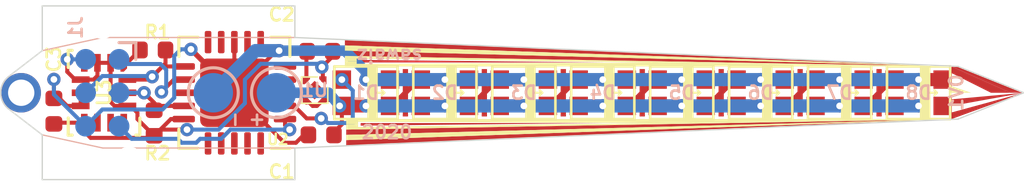
<source format=kicad_pcb>
(kicad_pcb (version 20171130) (host pcbnew "(5.1.2)-2")

  (general
    (thickness 0.1016)
    (drawings 61)
    (tracks 205)
    (zones 0)
    (modules 20)
    (nets 35)
  )

  (page A4)
  (layers
    (0 F.Cu signal)
    (31 B.Cu signal)
    (32 B.Adhes user)
    (33 F.Adhes user)
    (34 B.Paste user)
    (35 F.Paste user)
    (36 B.SilkS user)
    (37 F.SilkS user)
    (38 B.Mask user)
    (39 F.Mask user)
    (40 Dwgs.User user)
    (41 Cmts.User user)
    (42 Eco1.User user)
    (43 Eco2.User user)
    (44 Edge.Cuts user)
    (45 Margin user)
    (46 B.CrtYd user hide)
    (47 F.CrtYd user hide)
    (48 B.Fab user hide)
    (49 F.Fab user hide)
  )

  (setup
    (last_trace_width 0.4)
    (user_trace_width 0.2)
    (user_trace_width 0.25)
    (user_trace_width 0.3)
    (user_trace_width 0.4)
    (user_trace_width 0.5)
    (trace_clearance 0.1524)
    (zone_clearance 0.508)
    (zone_45_only no)
    (trace_min 0.1524)
    (via_size 0.508)
    (via_drill 0.254)
    (via_min_size 0.508)
    (via_min_drill 0.254)
    (uvia_size 0.508)
    (uvia_drill 0.254)
    (uvias_allowed no)
    (uvia_min_size 0)
    (uvia_min_drill 0)
    (edge_width 0.05)
    (segment_width 0.2)
    (pcb_text_width 0.3)
    (pcb_text_size 1.5 1.5)
    (mod_edge_width 0.12)
    (mod_text_size 1 1)
    (mod_text_width 0.15)
    (pad_size 1.524 1.524)
    (pad_drill 0.762)
    (pad_to_mask_clearance 0.051)
    (solder_mask_min_width 0.25)
    (aux_axis_origin 0 0)
    (visible_elements 7EFFFFFF)
    (pcbplotparams
      (layerselection 0x010fc_ffffffff)
      (usegerberextensions false)
      (usegerberattributes false)
      (usegerberadvancedattributes false)
      (creategerberjobfile false)
      (excludeedgelayer true)
      (linewidth 0.100000)
      (plotframeref false)
      (viasonmask false)
      (mode 1)
      (useauxorigin false)
      (hpglpennumber 1)
      (hpglpenspeed 20)
      (hpglpendiameter 15.000000)
      (psnegative false)
      (psa4output false)
      (plotreference true)
      (plotvalue true)
      (plotinvisibletext false)
      (padsonsilk false)
      (subtractmaskfromsilk false)
      (outputformat 1)
      (mirror false)
      (drillshape 1)
      (scaleselection 1)
      (outputdirectory ""))
  )

  (net 0 "")
  (net 1 +BATT)
  (net 2 GND)
  (net 3 VCC)
  (net 4 MISO)
  (net 5 SCK)
  (net 6 MOSI)
  (net 7 ~RST)
  (net 8 LED_OUT)
  (net 9 "Net-(U2-Pad3)")
  (net 10 "Net-(U2-Pad4)")
  (net 11 "Net-(U2-Pad6)")
  (net 12 "Net-(U2-Pad7)")
  (net 13 "Net-(U2-Pad9)")
  (net 14 "Net-(U2-Pad10)")
  (net 15 "Net-(U2-Pad13)")
  (net 16 "Net-(U2-Pad16)")
  (net 17 "Net-(U2-Pad17)")
  (net 18 "Net-(U2-Pad18)")
  (net 19 "Net-(U2-Pad19)")
  (net 20 "Net-(U2-Pad20)")
  (net 21 "Net-(U3-Pad4)")
  (net 22 "Net-(U3-Pad9)")
  (net 23 "Net-(U3-Pad10)")
  (net 24 "Net-(U3-Pad11)")
  (net 25 "Net-(U1-Pad5)")
  (net 26 "Net-(D1-Pad1)")
  (net 27 "Net-(D2-Pad1)")
  (net 28 "Net-(D3-Pad1)")
  (net 29 "Net-(D4-Pad1)")
  (net 30 "Net-(D5-Pad1)")
  (net 31 "Net-(D6-Pad1)")
  (net 32 "Net-(D7-Pad1)")
  (net 33 "Net-(D8-Pad1)")
  (net 34 "Net-(U2-Pad5)")

  (net_class Default "This is the default net class."
    (clearance 0.1524)
    (trace_width 0.1524)
    (via_dia 0.508)
    (via_drill 0.254)
    (uvia_dia 0.508)
    (uvia_drill 0.254)
    (diff_pair_width 0.1524)
    (diff_pair_gap 0.1524)
    (add_net +BATT)
    (add_net GND)
    (add_net LED_OUT)
    (add_net MISO)
    (add_net MOSI)
    (add_net "Net-(D1-Pad1)")
    (add_net "Net-(D2-Pad1)")
    (add_net "Net-(D3-Pad1)")
    (add_net "Net-(D4-Pad1)")
    (add_net "Net-(D5-Pad1)")
    (add_net "Net-(D6-Pad1)")
    (add_net "Net-(D7-Pad1)")
    (add_net "Net-(D8-Pad1)")
    (add_net "Net-(U1-Pad5)")
    (add_net "Net-(U2-Pad10)")
    (add_net "Net-(U2-Pad13)")
    (add_net "Net-(U2-Pad16)")
    (add_net "Net-(U2-Pad17)")
    (add_net "Net-(U2-Pad18)")
    (add_net "Net-(U2-Pad19)")
    (add_net "Net-(U2-Pad20)")
    (add_net "Net-(U2-Pad3)")
    (add_net "Net-(U2-Pad4)")
    (add_net "Net-(U2-Pad5)")
    (add_net "Net-(U2-Pad6)")
    (add_net "Net-(U2-Pad7)")
    (add_net "Net-(U2-Pad9)")
    (add_net "Net-(U3-Pad10)")
    (add_net "Net-(U3-Pad11)")
    (add_net "Net-(U3-Pad4)")
    (add_net "Net-(U3-Pad9)")
    (add_net SCK)
    (add_net VCC)
    (add_net ~RST)
  )

  (module TestPoint:TestPoint_Pad_D1.5mm (layer B.Cu) (tedit 5A0F774F) (tstamp 5E740300)
    (at -0.8 0)
    (descr "SMD pad as test Point, diameter 1.5mm")
    (tags "test point SMD pad")
    (path /5E772147)
    (attr virtual)
    (fp_text reference - (at 0.8 1.025 90) (layer B.SilkS)
      (effects (font (size 0.5 0.5) (thickness 0.1)) (justify mirror))
    )
    (fp_text value TestPoint (at 0 -1.75) (layer B.Fab)
      (effects (font (size 1 1) (thickness 0.15)) (justify mirror))
    )
    (fp_circle (center 0 0) (end 0 -0.95) (layer B.SilkS) (width 0.12))
    (fp_circle (center 0 0) (end 1.25 0) (layer B.CrtYd) (width 0.05))
    (fp_text user %R (at 0 1.65) (layer B.Fab)
      (effects (font (size 1 1) (thickness 0.15)) (justify mirror))
    )
    (pad 1 smd circle (at 0 0) (size 1.5 1.5) (layers B.Cu B.Mask)
      (net 2 GND))
  )

  (module TestPoint:TestPoint_Pad_D1.5mm (layer B.Cu) (tedit 5A0F774F) (tstamp 5E7402EE)
    (at 1.6 0)
    (descr "SMD pad as test Point, diameter 1.5mm")
    (tags "test point SMD pad")
    (path /5E771203)
    (attr virtual)
    (fp_text reference + (at -0.775 1.025 90) (layer B.SilkS)
      (effects (font (size 0.5 0.5) (thickness 0.1)) (justify mirror))
    )
    (fp_text value TestPoint (at 0 -1.75) (layer B.Fab)
      (effects (font (size 1 1) (thickness 0.15)) (justify mirror))
    )
    (fp_circle (center 0 0) (end 0 -0.95) (layer B.SilkS) (width 0.12))
    (fp_circle (center 0 0) (end 1.25 0) (layer B.CrtYd) (width 0.05))
    (fp_text user %R (at 0 1.65) (layer B.Fab)
      (effects (font (size 1 1) (thickness 0.15)) (justify mirror))
    )
    (pad 1 smd circle (at 0 0) (size 1.5 1.5) (layers B.Cu B.Mask)
      (net 1 +BATT))
  )

  (module earringHookWire:earringHookWire (layer F.Cu) (tedit 5E73830F) (tstamp 5E73D58C)
    (at -8.1 0 90)
    (path /5E740CBB)
    (fp_text reference H1 (at 0 1.6 90) (layer F.SilkS) hide
      (effects (font (size 1 1) (thickness 0.15)))
    )
    (fp_text value earringHookWire (at 0 -1.6 90) (layer F.Fab)
      (effects (font (size 1 1) (thickness 0.15)))
    )
    (pad 1 thru_hole circle (at 0 0 90) (size 1.5 1.5) (drill 1) (layers *.Cu *.Mask))
    (model ${KIPRJMOD}/components/earringHookWire/earringHookWire.stp
      (offset (xyz 0 1.3 -0.2))
      (scale (xyz 1 1 1))
      (rotate (xyz 0 -90 0))
    )
  )

  (module WS2812B-2020:WS2812B-2020 (layer F.Cu) (tedit 5E7233D6) (tstamp 5E7378A1)
    (at 26 0)
    (descr "Addressable 24b color LED")
    (tags "WS2812 Ws2812B 2020 Led NeoPixel Addressable")
    (path /5E75514E)
    (fp_text reference D8 (at 0 0) (layer B.SilkS)
      (effects (font (size 0.5 0.5) (thickness 0.1)) (justify mirror))
    )
    (fp_text value WS2812B-2020 (at 0 -1.8) (layer F.Fab)
      (effects (font (size 0.5 0.5) (thickness 0.1)))
    )
    (fp_line (start 0.7 0) (end 0.6 0.1) (layer F.SilkS) (width 0.08))
    (fp_line (start 0.7 0) (end 0.6 -0.1) (layer F.SilkS) (width 0.08))
    (fp_line (start 0.3 0) (end 0.7 0) (layer F.SilkS) (width 0.08))
    (fp_poly (pts (xy 0.1 -1) (xy 0.1 1) (xy 0.4 1) (xy 0.4 -1)) (layer F.SilkS) (width 0.1))
    (fp_line (start 1.2 1) (end -1.2 1) (layer F.SilkS) (width 0.1))
    (fp_line (start 1.2 -1) (end 1.2 1) (layer F.SilkS) (width 0.1))
    (fp_line (start -1.2 -1) (end 1.2 -1) (layer F.SilkS) (width 0.1))
    (fp_line (start -1.2 1) (end -1.2 -1) (layer F.SilkS) (width 0.1))
    (pad 4 smd rect (at -0.915 0.5) (size 0.7 0.7) (layers F.Cu F.Paste F.Mask)
      (net 1 +BATT))
    (pad 3 smd rect (at -0.915 -0.5) (size 0.7 0.7) (layers F.Cu F.Paste F.Mask)
      (net 32 "Net-(D7-Pad1)"))
    (pad 2 smd rect (at 0.915 -0.5) (size 0.7 0.7) (layers F.Cu F.Paste F.Mask)
      (net 2 GND))
    (pad 1 smd rect (at 0.915 0.5) (size 0.7 0.7) (layers F.Cu F.Paste F.Mask)
      (net 33 "Net-(D8-Pad1)"))
    (model ${KIPRJMOD}/components/WS2812B-2020/WS2812B-2020.stp
      (offset (xyz 0 0 0.1))
      (scale (xyz 1 1 1))
      (rotate (xyz -90 0 0))
    )
  )

  (module WS2812B-2020:WS2812B-2020 (layer F.Cu) (tedit 5E7233D6) (tstamp 5E737891)
    (at 23 0)
    (descr "Addressable 24b color LED")
    (tags "WS2812 Ws2812B 2020 Led NeoPixel Addressable")
    (path /5E751C54)
    (fp_text reference D7 (at 0 0) (layer B.SilkS)
      (effects (font (size 0.5 0.5) (thickness 0.1)) (justify mirror))
    )
    (fp_text value WS2812B-2020 (at 0 -1.8) (layer F.Fab)
      (effects (font (size 0.5 0.5) (thickness 0.1)))
    )
    (fp_line (start 0.7 0) (end 0.6 0.1) (layer F.SilkS) (width 0.08))
    (fp_line (start 0.7 0) (end 0.6 -0.1) (layer F.SilkS) (width 0.08))
    (fp_line (start 0.3 0) (end 0.7 0) (layer F.SilkS) (width 0.08))
    (fp_poly (pts (xy 0.1 -1) (xy 0.1 1) (xy 0.4 1) (xy 0.4 -1)) (layer F.SilkS) (width 0.1))
    (fp_line (start 1.2 1) (end -1.2 1) (layer F.SilkS) (width 0.1))
    (fp_line (start 1.2 -1) (end 1.2 1) (layer F.SilkS) (width 0.1))
    (fp_line (start -1.2 -1) (end 1.2 -1) (layer F.SilkS) (width 0.1))
    (fp_line (start -1.2 1) (end -1.2 -1) (layer F.SilkS) (width 0.1))
    (pad 4 smd rect (at -0.915 0.5) (size 0.7 0.7) (layers F.Cu F.Paste F.Mask)
      (net 1 +BATT))
    (pad 3 smd rect (at -0.915 -0.5) (size 0.7 0.7) (layers F.Cu F.Paste F.Mask)
      (net 31 "Net-(D6-Pad1)"))
    (pad 2 smd rect (at 0.915 -0.5) (size 0.7 0.7) (layers F.Cu F.Paste F.Mask)
      (net 2 GND))
    (pad 1 smd rect (at 0.915 0.5) (size 0.7 0.7) (layers F.Cu F.Paste F.Mask)
      (net 32 "Net-(D7-Pad1)"))
    (model ${KIPRJMOD}/components/WS2812B-2020/WS2812B-2020.stp
      (offset (xyz 0 0 0.1))
      (scale (xyz 1 1 1))
      (rotate (xyz -90 0 0))
    )
  )

  (module WS2812B-2020:WS2812B-2020 (layer F.Cu) (tedit 5E7233D6) (tstamp 5E737881)
    (at 20 0)
    (descr "Addressable 24b color LED")
    (tags "WS2812 Ws2812B 2020 Led NeoPixel Addressable")
    (path /5E74F071)
    (fp_text reference D6 (at 0 0) (layer B.SilkS)
      (effects (font (size 0.5 0.5) (thickness 0.1)) (justify mirror))
    )
    (fp_text value WS2812B-2020 (at 0 -1.8) (layer F.Fab)
      (effects (font (size 0.5 0.5) (thickness 0.1)))
    )
    (fp_line (start 0.7 0) (end 0.6 0.1) (layer F.SilkS) (width 0.08))
    (fp_line (start 0.7 0) (end 0.6 -0.1) (layer F.SilkS) (width 0.08))
    (fp_line (start 0.3 0) (end 0.7 0) (layer F.SilkS) (width 0.08))
    (fp_poly (pts (xy 0.1 -1) (xy 0.1 1) (xy 0.4 1) (xy 0.4 -1)) (layer F.SilkS) (width 0.1))
    (fp_line (start 1.2 1) (end -1.2 1) (layer F.SilkS) (width 0.1))
    (fp_line (start 1.2 -1) (end 1.2 1) (layer F.SilkS) (width 0.1))
    (fp_line (start -1.2 -1) (end 1.2 -1) (layer F.SilkS) (width 0.1))
    (fp_line (start -1.2 1) (end -1.2 -1) (layer F.SilkS) (width 0.1))
    (pad 4 smd rect (at -0.915 0.5) (size 0.7 0.7) (layers F.Cu F.Paste F.Mask)
      (net 1 +BATT))
    (pad 3 smd rect (at -0.915 -0.5) (size 0.7 0.7) (layers F.Cu F.Paste F.Mask)
      (net 30 "Net-(D5-Pad1)"))
    (pad 2 smd rect (at 0.915 -0.5) (size 0.7 0.7) (layers F.Cu F.Paste F.Mask)
      (net 2 GND))
    (pad 1 smd rect (at 0.915 0.5) (size 0.7 0.7) (layers F.Cu F.Paste F.Mask)
      (net 31 "Net-(D6-Pad1)"))
    (model ${KIPRJMOD}/components/WS2812B-2020/WS2812B-2020.stp
      (offset (xyz 0 0 0.1))
      (scale (xyz 1 1 1))
      (rotate (xyz -90 0 0))
    )
  )

  (module WS2812B-2020:WS2812B-2020 (layer F.Cu) (tedit 5E7233D6) (tstamp 5E737871)
    (at 17 0)
    (descr "Addressable 24b color LED")
    (tags "WS2812 Ws2812B 2020 Led NeoPixel Addressable")
    (path /5E74C7C8)
    (fp_text reference D5 (at 0 0) (layer B.SilkS)
      (effects (font (size 0.5 0.5) (thickness 0.1)) (justify mirror))
    )
    (fp_text value WS2812B-2020 (at 0 -1.8) (layer F.Fab)
      (effects (font (size 0.5 0.5) (thickness 0.1)))
    )
    (fp_line (start 0.7 0) (end 0.6 0.1) (layer F.SilkS) (width 0.08))
    (fp_line (start 0.7 0) (end 0.6 -0.1) (layer F.SilkS) (width 0.08))
    (fp_line (start 0.3 0) (end 0.7 0) (layer F.SilkS) (width 0.08))
    (fp_poly (pts (xy 0.1 -1) (xy 0.1 1) (xy 0.4 1) (xy 0.4 -1)) (layer F.SilkS) (width 0.1))
    (fp_line (start 1.2 1) (end -1.2 1) (layer F.SilkS) (width 0.1))
    (fp_line (start 1.2 -1) (end 1.2 1) (layer F.SilkS) (width 0.1))
    (fp_line (start -1.2 -1) (end 1.2 -1) (layer F.SilkS) (width 0.1))
    (fp_line (start -1.2 1) (end -1.2 -1) (layer F.SilkS) (width 0.1))
    (pad 4 smd rect (at -0.915 0.5) (size 0.7 0.7) (layers F.Cu F.Paste F.Mask)
      (net 1 +BATT))
    (pad 3 smd rect (at -0.915 -0.5) (size 0.7 0.7) (layers F.Cu F.Paste F.Mask)
      (net 29 "Net-(D4-Pad1)"))
    (pad 2 smd rect (at 0.915 -0.5) (size 0.7 0.7) (layers F.Cu F.Paste F.Mask)
      (net 2 GND))
    (pad 1 smd rect (at 0.915 0.5) (size 0.7 0.7) (layers F.Cu F.Paste F.Mask)
      (net 30 "Net-(D5-Pad1)"))
    (model ${KIPRJMOD}/components/WS2812B-2020/WS2812B-2020.stp
      (offset (xyz 0 0 0.1))
      (scale (xyz 1 1 1))
      (rotate (xyz -90 0 0))
    )
  )

  (module WS2812B-2020:WS2812B-2020 (layer F.Cu) (tedit 5E7233D6) (tstamp 5E737861)
    (at 14 0)
    (descr "Addressable 24b color LED")
    (tags "WS2812 Ws2812B 2020 Led NeoPixel Addressable")
    (path /5E74A538)
    (fp_text reference D4 (at 0 0) (layer B.SilkS)
      (effects (font (size 0.5 0.5) (thickness 0.1)) (justify mirror))
    )
    (fp_text value WS2812B-2020 (at 0 -1.8) (layer F.Fab)
      (effects (font (size 0.5 0.5) (thickness 0.1)))
    )
    (fp_line (start 0.7 0) (end 0.6 0.1) (layer F.SilkS) (width 0.08))
    (fp_line (start 0.7 0) (end 0.6 -0.1) (layer F.SilkS) (width 0.08))
    (fp_line (start 0.3 0) (end 0.7 0) (layer F.SilkS) (width 0.08))
    (fp_poly (pts (xy 0.1 -1) (xy 0.1 1) (xy 0.4 1) (xy 0.4 -1)) (layer F.SilkS) (width 0.1))
    (fp_line (start 1.2 1) (end -1.2 1) (layer F.SilkS) (width 0.1))
    (fp_line (start 1.2 -1) (end 1.2 1) (layer F.SilkS) (width 0.1))
    (fp_line (start -1.2 -1) (end 1.2 -1) (layer F.SilkS) (width 0.1))
    (fp_line (start -1.2 1) (end -1.2 -1) (layer F.SilkS) (width 0.1))
    (pad 4 smd rect (at -0.915 0.5) (size 0.7 0.7) (layers F.Cu F.Paste F.Mask)
      (net 1 +BATT))
    (pad 3 smd rect (at -0.915 -0.5) (size 0.7 0.7) (layers F.Cu F.Paste F.Mask)
      (net 28 "Net-(D3-Pad1)"))
    (pad 2 smd rect (at 0.915 -0.5) (size 0.7 0.7) (layers F.Cu F.Paste F.Mask)
      (net 2 GND))
    (pad 1 smd rect (at 0.915 0.5) (size 0.7 0.7) (layers F.Cu F.Paste F.Mask)
      (net 29 "Net-(D4-Pad1)"))
    (model ${KIPRJMOD}/components/WS2812B-2020/WS2812B-2020.stp
      (offset (xyz 0 0 0.1))
      (scale (xyz 1 1 1))
      (rotate (xyz -90 0 0))
    )
  )

  (module WS2812B-2020:WS2812B-2020 (layer F.Cu) (tedit 5E7233D6) (tstamp 5E737851)
    (at 11 0)
    (descr "Addressable 24b color LED")
    (tags "WS2812 Ws2812B 2020 Led NeoPixel Addressable")
    (path /5E747BF6)
    (fp_text reference D3 (at 0 0) (layer B.SilkS)
      (effects (font (size 0.5 0.5) (thickness 0.1)) (justify mirror))
    )
    (fp_text value WS2812B-2020 (at 0 -1.8) (layer F.Fab)
      (effects (font (size 0.5 0.5) (thickness 0.1)))
    )
    (fp_line (start 0.7 0) (end 0.6 0.1) (layer F.SilkS) (width 0.08))
    (fp_line (start 0.7 0) (end 0.6 -0.1) (layer F.SilkS) (width 0.08))
    (fp_line (start 0.3 0) (end 0.7 0) (layer F.SilkS) (width 0.08))
    (fp_poly (pts (xy 0.1 -1) (xy 0.1 1) (xy 0.4 1) (xy 0.4 -1)) (layer F.SilkS) (width 0.1))
    (fp_line (start 1.2 1) (end -1.2 1) (layer F.SilkS) (width 0.1))
    (fp_line (start 1.2 -1) (end 1.2 1) (layer F.SilkS) (width 0.1))
    (fp_line (start -1.2 -1) (end 1.2 -1) (layer F.SilkS) (width 0.1))
    (fp_line (start -1.2 1) (end -1.2 -1) (layer F.SilkS) (width 0.1))
    (pad 4 smd rect (at -0.915 0.5) (size 0.7 0.7) (layers F.Cu F.Paste F.Mask)
      (net 1 +BATT))
    (pad 3 smd rect (at -0.915 -0.5) (size 0.7 0.7) (layers F.Cu F.Paste F.Mask)
      (net 27 "Net-(D2-Pad1)"))
    (pad 2 smd rect (at 0.915 -0.5) (size 0.7 0.7) (layers F.Cu F.Paste F.Mask)
      (net 2 GND))
    (pad 1 smd rect (at 0.915 0.5) (size 0.7 0.7) (layers F.Cu F.Paste F.Mask)
      (net 28 "Net-(D3-Pad1)"))
    (model ${KIPRJMOD}/components/WS2812B-2020/WS2812B-2020.stp
      (offset (xyz 0 0 0.1))
      (scale (xyz 1 1 1))
      (rotate (xyz -90 0 0))
    )
  )

  (module WS2812B-2020:WS2812B-2020 (layer F.Cu) (tedit 5E7233D6) (tstamp 5E737841)
    (at 8 0)
    (descr "Addressable 24b color LED")
    (tags "WS2812 Ws2812B 2020 Led NeoPixel Addressable")
    (path /5E73D595)
    (fp_text reference D2 (at 0 0) (layer B.SilkS)
      (effects (font (size 0.5 0.5) (thickness 0.1)) (justify mirror))
    )
    (fp_text value WS2812B-2020 (at 0 -1.8) (layer F.Fab)
      (effects (font (size 0.5 0.5) (thickness 0.1)))
    )
    (fp_line (start 0.7 0) (end 0.6 0.1) (layer F.SilkS) (width 0.08))
    (fp_line (start 0.7 0) (end 0.6 -0.1) (layer F.SilkS) (width 0.08))
    (fp_line (start 0.3 0) (end 0.7 0) (layer F.SilkS) (width 0.08))
    (fp_poly (pts (xy 0.1 -1) (xy 0.1 1) (xy 0.4 1) (xy 0.4 -1)) (layer F.SilkS) (width 0.1))
    (fp_line (start 1.2 1) (end -1.2 1) (layer F.SilkS) (width 0.1))
    (fp_line (start 1.2 -1) (end 1.2 1) (layer F.SilkS) (width 0.1))
    (fp_line (start -1.2 -1) (end 1.2 -1) (layer F.SilkS) (width 0.1))
    (fp_line (start -1.2 1) (end -1.2 -1) (layer F.SilkS) (width 0.1))
    (pad 4 smd rect (at -0.915 0.5) (size 0.7 0.7) (layers F.Cu F.Paste F.Mask)
      (net 1 +BATT))
    (pad 3 smd rect (at -0.915 -0.5) (size 0.7 0.7) (layers F.Cu F.Paste F.Mask)
      (net 26 "Net-(D1-Pad1)"))
    (pad 2 smd rect (at 0.915 -0.5) (size 0.7 0.7) (layers F.Cu F.Paste F.Mask)
      (net 2 GND))
    (pad 1 smd rect (at 0.915 0.5) (size 0.7 0.7) (layers F.Cu F.Paste F.Mask)
      (net 27 "Net-(D2-Pad1)"))
    (model ${KIPRJMOD}/components/WS2812B-2020/WS2812B-2020.stp
      (offset (xyz 0 0 0.1))
      (scale (xyz 1 1 1))
      (rotate (xyz -90 0 0))
    )
  )

  (module WS2812B-2020:WS2812B-2020 (layer F.Cu) (tedit 5E7233D6) (tstamp 5E737831)
    (at 5 0)
    (descr "Addressable 24b color LED")
    (tags "WS2812 Ws2812B 2020 Led NeoPixel Addressable")
    (path /5E7339AF)
    (fp_text reference D1 (at 0 0) (layer B.SilkS)
      (effects (font (size 0.5 0.5) (thickness 0.1)) (justify mirror))
    )
    (fp_text value WS2812B-2020 (at 0 -1.8) (layer F.Fab)
      (effects (font (size 0.5 0.5) (thickness 0.1)))
    )
    (fp_line (start 0.7 0) (end 0.6 0.1) (layer F.SilkS) (width 0.08))
    (fp_line (start 0.7 0) (end 0.6 -0.1) (layer F.SilkS) (width 0.08))
    (fp_line (start 0.3 0) (end 0.7 0) (layer F.SilkS) (width 0.08))
    (fp_poly (pts (xy 0.1 -1) (xy 0.1 1) (xy 0.4 1) (xy 0.4 -1)) (layer F.SilkS) (width 0.1))
    (fp_line (start 1.2 1) (end -1.2 1) (layer F.SilkS) (width 0.1))
    (fp_line (start 1.2 -1) (end 1.2 1) (layer F.SilkS) (width 0.1))
    (fp_line (start -1.2 -1) (end 1.2 -1) (layer F.SilkS) (width 0.1))
    (fp_line (start -1.2 1) (end -1.2 -1) (layer F.SilkS) (width 0.1))
    (pad 4 smd rect (at -0.915 0.5) (size 0.7 0.7) (layers F.Cu F.Paste F.Mask)
      (net 1 +BATT))
    (pad 3 smd rect (at -0.915 -0.5) (size 0.7 0.7) (layers F.Cu F.Paste F.Mask)
      (net 8 LED_OUT))
    (pad 2 smd rect (at 0.915 -0.5) (size 0.7 0.7) (layers F.Cu F.Paste F.Mask)
      (net 2 GND))
    (pad 1 smd rect (at 0.915 0.5) (size 0.7 0.7) (layers F.Cu F.Paste F.Mask)
      (net 26 "Net-(D1-Pad1)"))
    (model ${KIPRJMOD}/components/WS2812B-2020/WS2812B-2020.stp
      (offset (xyz 0 0 0.1))
      (scale (xyz 1 1 1))
      (rotate (xyz -90 0 0))
    )
  )

  (module MIC5365:MIC5365 (layer F.Cu) (tedit 5E7275CB) (tstamp 5E73EBAF)
    (at 3.05 -0.1 180)
    (path /5E79C733)
    (fp_text reference U1 (at 0 0 180) (layer B.SilkS)
      (effects (font (size 0.5 0.5) (thickness 0.1)) (justify mirror))
    )
    (fp_text value MIC5365-3.3YD5 (at 0 -1.2 180) (layer F.Fab)
      (effects (font (size 0.5 0.5) (thickness 0.1)))
    )
    (fp_line (start -0.5 0.1) (end -0.5 -0.5) (layer F.SilkS) (width 0.06))
    (fp_line (start -0.5 -0.5) (end 0.5 -0.5) (layer F.SilkS) (width 0.06))
    (fp_line (start 0.5 -0.5) (end 0.5 0.5) (layer F.SilkS) (width 0.06))
    (fp_line (start 0.5 0.5) (end -0.1 0.5) (layer F.SilkS) (width 0.06))
    (pad 1 smd custom (at -0.3125 0.375 180) (size 0.08 0.08) (layers F.Cu F.Paste F.Mask)
      (net 3 VCC) (zone_connect 0)
      (options (clearance outline) (anchor rect))
      (primitives
        (gr_poly (pts
           (xy -0.138 0.15) (xy 0.138 0.15) (xy 0.138 0.045) (xy -0.057 -0.15) (xy -0.138 -0.15)
) (width 0))
      ))
    (pad 2 smd custom (at 0.3125 0.375 180) (size 0.08 0.08) (layers F.Cu F.Paste F.Mask)
      (net 2 GND) (zone_connect 0)
      (options (clearance outline) (anchor rect))
      (primitives
        (gr_poly (pts
           (xy 0.138 0.15) (xy -0.138 0.15) (xy -0.138 0.045) (xy 0.057 -0.15) (xy 0.138 -0.15)
) (width 0))
      ))
    (pad 3 smd custom (at 0.3125 -0.375) (size 0.08 0.08) (layers F.Cu F.Paste F.Mask)
      (net 1 +BATT) (zone_connect 0)
      (options (clearance outline) (anchor rect))
      (primitives
        (gr_poly (pts
           (xy -0.138 0.15) (xy 0.138 0.15) (xy 0.138 0.045) (xy -0.057 -0.15) (xy -0.138 -0.15)
) (width 0))
      ))
    (pad 4 smd custom (at -0.3125 -0.375) (size 0.08 0.08) (layers F.Cu F.Paste F.Mask)
      (net 1 +BATT) (zone_connect 0)
      (options (clearance outline) (anchor rect))
      (primitives
        (gr_poly (pts
           (xy 0.138 0.15) (xy -0.138 0.15) (xy -0.138 0.045) (xy 0.057 -0.15) (xy 0.138 -0.15)
) (width 0))
      ))
    (pad 5 smd rect (at 0 0 225) (size 0.5 0.5) (layers F.Cu F.Paste F.Mask)
      (net 25 "Net-(U1-Pad5)") (zone_connect 0))
    (model ${KIPRJMOD}/components/MIC5365/MLF-4.stp
      (at (xyz 0 0 0))
      (scale (xyz 1 1 1))
      (rotate (xyz -90 0 180))
    )
  )

  (module Capacitor_SMD:C_0402_1005Metric (layer F.Cu) (tedit 5B301BBE) (tstamp 5E7274BC)
    (at 3.25 -1.575 180)
    (descr "Capacitor SMD 0402 (1005 Metric), square (rectangular) end terminal, IPC_7351 nominal, (Body size source: http://www.tortai-tech.com/upload/download/2011102023233369053.pdf), generated with kicad-footprint-generator")
    (tags capacitor)
    (path /5E735697)
    (attr smd)
    (fp_text reference C2 (at 1.45 1.4 180) (layer F.SilkS)
      (effects (font (size 0.5 0.5) (thickness 0.1)))
    )
    (fp_text value 2u2 (at 0 1.17 180) (layer F.Fab)
      (effects (font (size 0.5 0.5) (thickness 0.1)))
    )
    (fp_line (start -0.5 0.25) (end -0.5 -0.25) (layer F.Fab) (width 0.1))
    (fp_line (start -0.5 -0.25) (end 0.5 -0.25) (layer F.Fab) (width 0.1))
    (fp_line (start 0.5 -0.25) (end 0.5 0.25) (layer F.Fab) (width 0.1))
    (fp_line (start 0.5 0.25) (end -0.5 0.25) (layer F.Fab) (width 0.1))
    (fp_line (start -0.93 0.47) (end -0.93 -0.47) (layer F.CrtYd) (width 0.05))
    (fp_line (start -0.93 -0.47) (end 0.93 -0.47) (layer F.CrtYd) (width 0.05))
    (fp_line (start 0.93 -0.47) (end 0.93 0.47) (layer F.CrtYd) (width 0.05))
    (fp_line (start 0.93 0.47) (end -0.93 0.47) (layer F.CrtYd) (width 0.05))
    (fp_text user %R (at 0 0 180) (layer F.Fab)
      (effects (font (size 0.5 0.5) (thickness 0.1)))
    )
    (pad 1 smd roundrect (at -0.485 0 180) (size 0.59 0.64) (layers F.Cu F.Paste F.Mask) (roundrect_rratio 0.25)
      (net 3 VCC))
    (pad 2 smd roundrect (at 0.485 0 180) (size 0.59 0.64) (layers F.Cu F.Paste F.Mask) (roundrect_rratio 0.25)
      (net 2 GND))
    (model ${KISYS3DMOD}/Capacitor_SMD.3dshapes/C_0402_1005Metric.wrl
      (at (xyz 0 0 0))
      (scale (xyz 1 1 1))
      (rotate (xyz 0 0 0))
    )
  )

  (module TC2030-IDC-NL:Tag-Connect_TC2030-IDC-NL_2x03_P1.27mm_Vertical (layer B.Cu) (tedit 5E72069C) (tstamp 5E73820C)
    (at -5.0165 0 270)
    (descr "Tag-Connect programming header; http://www.tag-connect.com/Materials/TC2030-IDC-NL.pdf")
    (tags "tag connect programming header pogo pins")
    (path /5E733F23)
    (attr virtual)
    (fp_text reference J1 (at -2.4765 1.016 270) (layer B.SilkS)
      (effects (font (size 0.5 0.5) (thickness 0.1)) (justify mirror))
    )
    (fp_text value TC2030-IDC-NL (at 0 2.3 270) (layer B.Fab)
      (effects (font (size 0.5 0.5) (thickness 0.1)) (justify mirror))
    )
    (fp_text user KEEPOUT (at 0 0 270) (layer Cmts.User)
      (effects (font (size 0.5 0.5) (thickness 0.1)))
    )
    (fp_line (start 0.635 -0.635) (end 1.27 0) (layer Dwgs.User) (width 0.1))
    (fp_line (start 0 -0.635) (end 1.27 0.635) (layer Dwgs.User) (width 0.1))
    (fp_line (start -0.635 -0.635) (end 0.635 0.635) (layer Dwgs.User) (width 0.1))
    (fp_line (start -1.27 0) (end -0.635 0.635) (layer Dwgs.User) (width 0.1))
    (fp_line (start -1.27 -0.635) (end 0 0.635) (layer Dwgs.User) (width 0.1))
    (fp_line (start -1.27 0.635) (end 1.27 0.635) (layer Dwgs.User) (width 0.1))
    (fp_line (start 1.27 0.635) (end 1.27 -0.635) (layer Dwgs.User) (width 0.1))
    (fp_line (start 1.27 -0.635) (end -1.27 -0.635) (layer Dwgs.User) (width 0.1))
    (fp_line (start -1.27 -0.635) (end -1.27 0.635) (layer Dwgs.User) (width 0.1))
    (fp_text user %R (at 0 0 270) (layer B.Fab)
      (effects (font (size 0.5 0.5) (thickness 0.1)) (justify mirror))
    )
    (fp_line (start -3.5 2) (end 3.5 2) (layer B.CrtYd) (width 0.05))
    (fp_line (start 3.5 2) (end 3.5 -2) (layer B.CrtYd) (width 0.05))
    (fp_line (start 3.5 -2) (end -3.5 -2) (layer B.CrtYd) (width 0.05))
    (fp_line (start -3.5 -2) (end -3.5 2) (layer B.CrtYd) (width 0.05))
    (fp_line (start -1.27 -1.27) (end -1.905 -1.27) (layer B.SilkS) (width 0.12))
    (fp_line (start -1.905 -1.27) (end -1.905 -0.635) (layer B.SilkS) (width 0.12))
    (pad 6 connect circle (at 1.27 0.635 270) (size 0.7874 0.7874) (layers B.Cu B.Mask)
      (net 2 GND))
    (pad 5 connect circle (at 1.27 -0.635 270) (size 0.7874 0.7874) (layers B.Cu B.Mask)
      (net 7 ~RST))
    (pad 4 connect circle (at 0 0.635 270) (size 0.7874 0.7874) (layers B.Cu B.Mask)
      (net 6 MOSI))
    (pad 3 connect circle (at 0 -0.635 270) (size 0.7874 0.7874) (layers B.Cu B.Mask)
      (net 5 SCK))
    (pad 2 connect circle (at -1.27 0.635 270) (size 0.7874 0.7874) (layers B.Cu B.Mask)
      (net 3 VCC))
    (pad 1 connect circle (at -1.27 -0.635 270) (size 0.7874 0.7874) (layers B.Cu B.Mask)
      (net 4 MISO))
    (pad "" np_thru_hole circle (at -2.54 0 270) (size 0.9906 0.9906) (drill 0.9906) (layers *.Cu *.Mask))
    (pad "" np_thru_hole circle (at 2.54 -1.016 270) (size 0.9906 0.9906) (drill 0.9906) (layers *.Cu *.Mask))
    (pad "" np_thru_hole circle (at 2.54 1.016 270) (size 0.9906 0.9906) (drill 0.9906) (layers *.Cu *.Mask))
  )

  (module LSM6DSM:LGA-14_3x2.5mm_6-6 (layer F.Cu) (tedit 5E72055A) (tstamp 5E72A099)
    (at -4.953 0 270)
    (descr "LGA, 14 Pin (http://www.st.com/resource/en/datasheet/lsm6ds3.pdf), generated with kicad-footprint-generator ipc_lga_layoutBorder_generator.py")
    (tags "LGA LGA")
    (path /5E737257)
    (attr smd)
    (fp_text reference U3 (at 0 0 90) (layer F.SilkS)
      (effects (font (size 0.5 0.5) (thickness 0.1)))
    )
    (fp_text value LSM6DSM (at 0 2.2 90) (layer F.Fab)
      (effects (font (size 0.5 0.5) (thickness 0.1)))
    )
    (fp_text user %R (at 0 0 90) (layer F.Fab)
      (effects (font (size 0.5 0.5) (thickness 0.1)))
    )
    (fp_line (start 1.75 -1.5) (end -1.75 -1.5) (layer F.CrtYd) (width 0.05))
    (fp_line (start 1.75 1.5) (end 1.75 -1.5) (layer F.CrtYd) (width 0.05))
    (fp_line (start -1.75 1.5) (end 1.75 1.5) (layer F.CrtYd) (width 0.05))
    (fp_line (start -1.75 -1.5) (end -1.75 1.5) (layer F.CrtYd) (width 0.05))
    (fp_line (start -1.5 -0.5) (end -0.75 -1.25) (layer F.Fab) (width 0.1))
    (fp_line (start -1.5 1.25) (end -1.5 -0.5) (layer F.Fab) (width 0.1))
    (fp_line (start 1.5 1.25) (end -1.5 1.25) (layer F.Fab) (width 0.1))
    (fp_line (start 1.5 -1.25) (end 1.5 1.25) (layer F.Fab) (width 0.1))
    (fp_line (start -0.75 -1.25) (end 1.5 -1.25) (layer F.Fab) (width 0.1))
    (fp_line (start 1.61 1.36) (end 1.61 1.21) (layer F.SilkS) (width 0.12))
    (fp_line (start 0.96 1.36) (end 1.61 1.36) (layer F.SilkS) (width 0.12))
    (fp_line (start -1.61 1.36) (end -1.61 1.21) (layer F.SilkS) (width 0.12))
    (fp_line (start -0.96 1.36) (end -1.61 1.36) (layer F.SilkS) (width 0.12))
    (fp_line (start 1.61 -1.36) (end 1.61 -1.21) (layer F.SilkS) (width 0.12))
    (fp_line (start 0.96 -1.36) (end 1.61 -1.36) (layer F.SilkS) (width 0.12))
    (pad 14 smd rect (at -0.5 -0.8875 90) (size 0.25 0.675) (layers F.Cu F.Paste F.Mask)
      (net 6 MOSI) (zone_connect 0))
    (pad 13 smd rect (at 0 -0.8875 180) (size 0.675 0.25) (layers F.Cu F.Paste F.Mask)
      (net 5 SCK))
    (pad 12 smd rect (at 0.5 -0.8875 90) (size 0.25 0.675) (layers F.Cu F.Paste F.Mask)
      (net 3 VCC) (zone_connect 0))
    (pad 11 smd rect (at 1.1375 -0.75) (size 0.25 0.675) (layers F.Cu F.Paste F.Mask)
      (net 24 "Net-(U3-Pad11)") (zone_connect 0))
    (pad 10 smd rect (at 1.1375 -0.25 270) (size 0.675 0.25) (layers F.Cu F.Paste F.Mask)
      (net 23 "Net-(U3-Pad10)"))
    (pad 9 smd rect (at 1.1375 0.25 270) (size 0.675 0.25) (layers F.Cu F.Paste F.Mask)
      (net 22 "Net-(U3-Pad9)"))
    (pad 8 smd rect (at 1.1375 0.75) (size 0.25 0.675) (layers F.Cu F.Paste F.Mask)
      (net 3 VCC) (zone_connect 0))
    (pad 7 smd rect (at 0.5 0.8875 90) (size 0.25 0.675) (layers F.Cu F.Paste F.Mask)
      (net 2 GND) (zone_connect 0))
    (pad 6 smd rect (at 0 0.8875) (size 0.675 0.25) (layers F.Cu F.Paste F.Mask)
      (net 2 GND))
    (pad 5 smd rect (at -0.5 0.8875 90) (size 0.25 0.675) (layers F.Cu F.Paste F.Mask)
      (net 3 VCC) (zone_connect 0))
    (pad 4 smd rect (at -1.1375 0.75) (size 0.25 0.675) (layers F.Cu F.Paste F.Mask)
      (net 21 "Net-(U3-Pad4)") (zone_connect 0))
    (pad 3 smd rect (at -1.1375 0.25 270) (size 0.675 0.25) (layers F.Cu F.Paste F.Mask)
      (net 3 VCC))
    (pad 2 smd rect (at -1.1375 -0.25 270) (size 0.675 0.25) (layers F.Cu F.Paste F.Mask)
      (net 3 VCC))
    (pad 1 smd custom (at -1.1375 -0.75 270) (size 0.25 0.25) (layers F.Cu F.Paste F.Mask)
      (net 3 VCC) (zone_connect 0)
      (options (clearance outline) (anchor circle))
      (primitives
        (gr_poly (pts
           (xy -0.3375 -0.125) (xy 0.2125 -0.125) (xy 0.3375 0) (xy 0.3375 0.125) (xy -0.3375 0.125)
) (width 0))
      ))
    (model ${KIPRJMOD}/components/LSM6DSM/LGA-14_3x2.5mm_P0.5mm_LayoutBorder3x4y.wrl
      (at (xyz 0 0 0))
      (scale (xyz 1 1 1))
      (rotate (xyz 0 0 0))
    )
  )

  (module ATtiny85-20MU:QFN-20-1EP_4x4mm_P0.5mm_EP2.6x2.6mm (layer F.Cu) (tedit 5E7203F7) (tstamp 5E741241)
    (at 0 0 180)
    (descr "QFN, 20 Pin (http://ww1.microchip.com/downloads/en/DeviceDoc/doc2535.pdf#page=164), generated with kicad-footprint-generator ipc_dfn_qfn_generator.py")
    (tags "QFN DFN_QFN")
    (path /5E734E97)
    (attr smd)
    (fp_text reference U2 (at -1.65 -1.775) (layer F.SilkS)
      (effects (font (size 0.4 0.4) (thickness 0.09)))
    )
    (fp_text value ATtiny85-20MU (at 0 3.3) (layer F.Fab)
      (effects (font (size 0.5 0.5) (thickness 0.1)))
    )
    (fp_line (start 1.385 -2.11) (end 2.11 -2.11) (layer F.SilkS) (width 0.12))
    (fp_line (start 2.11 -2.11) (end 2.11 -1.385) (layer F.SilkS) (width 0.12))
    (fp_line (start -1.385 2.11) (end -2.11 2.11) (layer F.SilkS) (width 0.12))
    (fp_line (start -2.11 2.11) (end -2.11 1.385) (layer F.SilkS) (width 0.12))
    (fp_line (start 1.385 2.11) (end 2.11 2.11) (layer F.SilkS) (width 0.12))
    (fp_line (start 2.11 2.11) (end 2.11 1.385) (layer F.SilkS) (width 0.12))
    (fp_line (start -1.385 -2.11) (end -2.11 -2.11) (layer F.SilkS) (width 0.12))
    (fp_line (start -1 -2) (end 2 -2) (layer F.Fab) (width 0.1))
    (fp_line (start 2 -2) (end 2 2) (layer F.Fab) (width 0.1))
    (fp_line (start 2 2) (end -2 2) (layer F.Fab) (width 0.1))
    (fp_line (start -2 2) (end -2 -1) (layer F.Fab) (width 0.1))
    (fp_line (start -2 -1) (end -1 -2) (layer F.Fab) (width 0.1))
    (fp_line (start -2.6 -2.6) (end -2.6 2.6) (layer F.CrtYd) (width 0.05))
    (fp_line (start -2.6 2.6) (end 2.6 2.6) (layer F.CrtYd) (width 0.05))
    (fp_line (start 2.6 2.6) (end 2.6 -2.6) (layer F.CrtYd) (width 0.05))
    (fp_line (start 2.6 -2.6) (end -2.6 -2.6) (layer F.CrtYd) (width 0.05))
    (fp_text user %R (at 0 0) (layer F.Fab)
      (effects (font (size 0.5 0.5) (thickness 0.1)))
    )
    (pad 21 smd roundrect (at 0 0 180) (size 2.6 2.6) (layers F.Cu F.Mask) (roundrect_rratio 0.096154)
      (net 2 GND))
    (pad "" smd roundrect (at -0.65 -0.65 180) (size 1.05 1.05) (layers F.Paste) (roundrect_rratio 0.238095))
    (pad "" smd roundrect (at -0.65 0.65 180) (size 1.05 1.05) (layers F.Paste) (roundrect_rratio 0.238095))
    (pad "" smd roundrect (at 0.65 -0.65 180) (size 1.05 1.05) (layers F.Paste) (roundrect_rratio 0.238095))
    (pad "" smd roundrect (at 0.65 0.65 180) (size 1.05 1.05) (layers F.Paste) (roundrect_rratio 0.238095))
    (pad 1 smd roundrect (at -1.925 -1 180) (size 0.85 0.25) (layers F.Cu F.Paste F.Mask) (roundrect_rratio 0.25)
      (net 7 ~RST))
    (pad 2 smd roundrect (at -1.925 -0.5 180) (size 0.85 0.25) (layers F.Cu F.Paste F.Mask) (roundrect_rratio 0.25)
      (net 8 LED_OUT))
    (pad 3 smd roundrect (at -1.925 0 180) (size 0.85 0.25) (layers F.Cu F.Paste F.Mask) (roundrect_rratio 0.25)
      (net 9 "Net-(U2-Pad3)"))
    (pad 4 smd roundrect (at -1.925 0.5 180) (size 0.85 0.25) (layers F.Cu F.Paste F.Mask) (roundrect_rratio 0.25)
      (net 10 "Net-(U2-Pad4)"))
    (pad 5 smd roundrect (at -1.925 1 180) (size 0.85 0.25) (layers F.Cu F.Paste F.Mask) (roundrect_rratio 0.25)
      (net 34 "Net-(U2-Pad5)"))
    (pad 6 smd roundrect (at -1 1.925 180) (size 0.25 0.85) (layers F.Cu F.Paste F.Mask) (roundrect_rratio 0.25)
      (net 11 "Net-(U2-Pad6)"))
    (pad 7 smd roundrect (at -0.5 1.925 180) (size 0.25 0.85) (layers F.Cu F.Paste F.Mask) (roundrect_rratio 0.25)
      (net 12 "Net-(U2-Pad7)"))
    (pad 8 smd roundrect (at 0 1.925 180) (size 0.25 0.85) (layers F.Cu F.Paste F.Mask) (roundrect_rratio 0.25)
      (net 2 GND))
    (pad 9 smd roundrect (at 0.5 1.925 180) (size 0.25 0.85) (layers F.Cu F.Paste F.Mask) (roundrect_rratio 0.25)
      (net 13 "Net-(U2-Pad9)"))
    (pad 10 smd roundrect (at 1 1.925 180) (size 0.25 0.85) (layers F.Cu F.Paste F.Mask) (roundrect_rratio 0.25)
      (net 14 "Net-(U2-Pad10)"))
    (pad 11 smd roundrect (at 1.925 1 180) (size 0.85 0.25) (layers F.Cu F.Paste F.Mask) (roundrect_rratio 0.25)
      (net 6 MOSI))
    (pad 12 smd roundrect (at 1.925 0.5 180) (size 0.85 0.25) (layers F.Cu F.Paste F.Mask) (roundrect_rratio 0.25)
      (net 4 MISO))
    (pad 13 smd roundrect (at 1.925 0 180) (size 0.85 0.25) (layers F.Cu F.Paste F.Mask) (roundrect_rratio 0.25)
      (net 15 "Net-(U2-Pad13)"))
    (pad 14 smd roundrect (at 1.925 -0.5 180) (size 0.85 0.25) (layers F.Cu F.Paste F.Mask) (roundrect_rratio 0.25)
      (net 5 SCK))
    (pad 15 smd roundrect (at 1.925 -1 180) (size 0.85 0.25) (layers F.Cu F.Paste F.Mask) (roundrect_rratio 0.25)
      (net 3 VCC))
    (pad 16 smd roundrect (at 1 -1.925 180) (size 0.25 0.85) (layers F.Cu F.Paste F.Mask) (roundrect_rratio 0.25)
      (net 16 "Net-(U2-Pad16)"))
    (pad 17 smd roundrect (at 0.5 -1.925 180) (size 0.25 0.85) (layers F.Cu F.Paste F.Mask) (roundrect_rratio 0.25)
      (net 17 "Net-(U2-Pad17)"))
    (pad 18 smd roundrect (at 0 -1.925 180) (size 0.25 0.85) (layers F.Cu F.Paste F.Mask) (roundrect_rratio 0.25)
      (net 18 "Net-(U2-Pad18)"))
    (pad 19 smd roundrect (at -0.5 -1.925 180) (size 0.25 0.85) (layers F.Cu F.Paste F.Mask) (roundrect_rratio 0.25)
      (net 19 "Net-(U2-Pad19)"))
    (pad 20 smd roundrect (at -1 -1.925 180) (size 0.25 0.85) (layers F.Cu F.Paste F.Mask) (roundrect_rratio 0.25)
      (net 20 "Net-(U2-Pad20)"))
    (model ${KIPRJMOD}/components/ATtiny85-20MU/qfn20-4x4.stp
      (offset (xyz 0 0 0.05))
      (scale (xyz 1 1 1))
      (rotate (xyz 0 0 -90))
    )
  )

  (module Resistor_SMD:R_0402_1005Metric (layer F.Cu) (tedit 5B301BBD) (tstamp 5E72C9E6)
    (at -3.048 1.15 90)
    (descr "Resistor SMD 0402 (1005 Metric), square (rectangular) end terminal, IPC_7351 nominal, (Body size source: http://www.tortai-tech.com/upload/download/2011102023233369053.pdf), generated with kicad-footprint-generator")
    (tags resistor)
    (path /5E759E60)
    (attr smd)
    (fp_text reference R2 (at -1.15 0.127 180) (layer F.SilkS)
      (effects (font (size 0.5 0.5) (thickness 0.1)))
    )
    (fp_text value 10k (at 0 1.17 90) (layer F.Fab)
      (effects (font (size 0.5 0.5) (thickness 0.1)))
    )
    (fp_text user %R (at 0 0 90) (layer F.Fab)
      (effects (font (size 0.5 0.5) (thickness 0.1)))
    )
    (fp_line (start 0.93 0.47) (end -0.93 0.47) (layer F.CrtYd) (width 0.05))
    (fp_line (start 0.93 -0.47) (end 0.93 0.47) (layer F.CrtYd) (width 0.05))
    (fp_line (start -0.93 -0.47) (end 0.93 -0.47) (layer F.CrtYd) (width 0.05))
    (fp_line (start -0.93 0.47) (end -0.93 -0.47) (layer F.CrtYd) (width 0.05))
    (fp_line (start 0.5 0.25) (end -0.5 0.25) (layer F.Fab) (width 0.1))
    (fp_line (start 0.5 -0.25) (end 0.5 0.25) (layer F.Fab) (width 0.1))
    (fp_line (start -0.5 -0.25) (end 0.5 -0.25) (layer F.Fab) (width 0.1))
    (fp_line (start -0.5 0.25) (end -0.5 -0.25) (layer F.Fab) (width 0.1))
    (pad 2 smd roundrect (at 0.485 0 90) (size 0.59 0.64) (layers F.Cu F.Paste F.Mask) (roundrect_rratio 0.25)
      (net 5 SCK))
    (pad 1 smd roundrect (at -0.485 0 90) (size 0.59 0.64) (layers F.Cu F.Paste F.Mask) (roundrect_rratio 0.25)
      (net 3 VCC))
    (model ${KISYS3DMOD}/Resistor_SMD.3dshapes/R_0402_1005Metric.wrl
      (at (xyz 0 0 0))
      (scale (xyz 1 1 1))
      (rotate (xyz 0 0 0))
    )
  )

  (module Resistor_SMD:R_0402_1005Metric (layer F.Cu) (tedit 5B301BBD) (tstamp 5E73A6CB)
    (at -3.1012 -1.6256)
    (descr "Resistor SMD 0402 (1005 Metric), square (rectangular) end terminal, IPC_7351 nominal, (Body size source: http://www.tortai-tech.com/upload/download/2011102023233369053.pdf), generated with kicad-footprint-generator")
    (tags resistor)
    (path /5E74CE46)
    (attr smd)
    (fp_text reference R1 (at 0.1802 -0.6744 180) (layer F.SilkS)
      (effects (font (size 0.5 0.5) (thickness 0.1)))
    )
    (fp_text value 10k (at 0 1.17) (layer F.Fab)
      (effects (font (size 0.5 0.5) (thickness 0.1)))
    )
    (fp_text user %R (at 0 0) (layer F.Fab)
      (effects (font (size 0.5 0.5) (thickness 0.1)))
    )
    (fp_line (start 0.93 0.47) (end -0.93 0.47) (layer F.CrtYd) (width 0.05))
    (fp_line (start 0.93 -0.47) (end 0.93 0.47) (layer F.CrtYd) (width 0.05))
    (fp_line (start -0.93 -0.47) (end 0.93 -0.47) (layer F.CrtYd) (width 0.05))
    (fp_line (start -0.93 0.47) (end -0.93 -0.47) (layer F.CrtYd) (width 0.05))
    (fp_line (start 0.5 0.25) (end -0.5 0.25) (layer F.Fab) (width 0.1))
    (fp_line (start 0.5 -0.25) (end 0.5 0.25) (layer F.Fab) (width 0.1))
    (fp_line (start -0.5 -0.25) (end 0.5 -0.25) (layer F.Fab) (width 0.1))
    (fp_line (start -0.5 0.25) (end -0.5 -0.25) (layer F.Fab) (width 0.1))
    (pad 2 smd roundrect (at 0.485 0) (size 0.59 0.64) (layers F.Cu F.Paste F.Mask) (roundrect_rratio 0.25)
      (net 6 MOSI))
    (pad 1 smd roundrect (at -0.485 0) (size 0.59 0.64) (layers F.Cu F.Paste F.Mask) (roundrect_rratio 0.25)
      (net 3 VCC))
    (model ${KISYS3DMOD}/Resistor_SMD.3dshapes/R_0402_1005Metric.wrl
      (at (xyz 0 0 0))
      (scale (xyz 1 1 1))
      (rotate (xyz 0 0 0))
    )
  )

  (module Capacitor_SMD:C_0402_1005Metric (layer F.Cu) (tedit 5B301BBE) (tstamp 5E72B645)
    (at -6.858 0.6985 90)
    (descr "Capacitor SMD 0402 (1005 Metric), square (rectangular) end terminal, IPC_7351 nominal, (Body size source: http://www.tortai-tech.com/upload/download/2011102023233369053.pdf), generated with kicad-footprint-generator")
    (tags capacitor)
    (path /5E74F569)
    (attr smd)
    (fp_text reference C3 (at 1.9685 0 270) (layer F.SilkS)
      (effects (font (size 0.5 0.5) (thickness 0.1)))
    )
    (fp_text value 0u1 (at 0 1.17 90) (layer F.Fab)
      (effects (font (size 0.5 0.5) (thickness 0.1)))
    )
    (fp_text user %R (at 0 0 90) (layer F.Fab)
      (effects (font (size 0.5 0.5) (thickness 0.1)))
    )
    (fp_line (start 0.93 0.47) (end -0.93 0.47) (layer F.CrtYd) (width 0.05))
    (fp_line (start 0.93 -0.47) (end 0.93 0.47) (layer F.CrtYd) (width 0.05))
    (fp_line (start -0.93 -0.47) (end 0.93 -0.47) (layer F.CrtYd) (width 0.05))
    (fp_line (start -0.93 0.47) (end -0.93 -0.47) (layer F.CrtYd) (width 0.05))
    (fp_line (start 0.5 0.25) (end -0.5 0.25) (layer F.Fab) (width 0.1))
    (fp_line (start 0.5 -0.25) (end 0.5 0.25) (layer F.Fab) (width 0.1))
    (fp_line (start -0.5 -0.25) (end 0.5 -0.25) (layer F.Fab) (width 0.1))
    (fp_line (start -0.5 0.25) (end -0.5 -0.25) (layer F.Fab) (width 0.1))
    (pad 2 smd roundrect (at 0.485 0 90) (size 0.59 0.64) (layers F.Cu F.Paste F.Mask) (roundrect_rratio 0.25)
      (net 2 GND))
    (pad 1 smd roundrect (at -0.485 0 90) (size 0.59 0.64) (layers F.Cu F.Paste F.Mask) (roundrect_rratio 0.25)
      (net 3 VCC))
    (model ${KISYS3DMOD}/Capacitor_SMD.3dshapes/C_0402_1005Metric.wrl
      (at (xyz 0 0 0))
      (scale (xyz 1 1 1))
      (rotate (xyz 0 0 0))
    )
  )

  (module Capacitor_SMD:C_0402_1005Metric (layer F.Cu) (tedit 5B301BBE) (tstamp 5E73D2EE)
    (at 3.3 1.6 180)
    (descr "Capacitor SMD 0402 (1005 Metric), square (rectangular) end terminal, IPC_7351 nominal, (Body size source: http://www.tortai-tech.com/upload/download/2011102023233369053.pdf), generated with kicad-footprint-generator")
    (tags capacitor)
    (path /5E7366AE)
    (attr smd)
    (fp_text reference C1 (at 1.5 -1.4 180) (layer F.SilkS)
      (effects (font (size 0.5 0.5) (thickness 0.1)))
    )
    (fp_text value 1u (at 0 1.17 180) (layer F.Fab)
      (effects (font (size 0.5 0.5) (thickness 0.1)))
    )
    (fp_line (start -0.5 0.25) (end -0.5 -0.25) (layer F.Fab) (width 0.1))
    (fp_line (start -0.5 -0.25) (end 0.5 -0.25) (layer F.Fab) (width 0.1))
    (fp_line (start 0.5 -0.25) (end 0.5 0.25) (layer F.Fab) (width 0.1))
    (fp_line (start 0.5 0.25) (end -0.5 0.25) (layer F.Fab) (width 0.1))
    (fp_line (start -0.93 0.47) (end -0.93 -0.47) (layer F.CrtYd) (width 0.05))
    (fp_line (start -0.93 -0.47) (end 0.93 -0.47) (layer F.CrtYd) (width 0.05))
    (fp_line (start 0.93 -0.47) (end 0.93 0.47) (layer F.CrtYd) (width 0.05))
    (fp_line (start 0.93 0.47) (end -0.93 0.47) (layer F.CrtYd) (width 0.05))
    (fp_text user %R (at 0 0 180) (layer F.Fab)
      (effects (font (size 0.5 0.5) (thickness 0.1)))
    )
    (pad 1 smd roundrect (at -0.485 0 180) (size 0.59 0.64) (layers F.Cu F.Paste F.Mask) (roundrect_rratio 0.25)
      (net 1 +BATT))
    (pad 2 smd roundrect (at 0.485 0 180) (size 0.59 0.64) (layers F.Cu F.Paste F.Mask) (roundrect_rratio 0.25)
      (net 2 GND))
    (model ${KISYS3DMOD}/Capacitor_SMD.3dshapes/C_0402_1005Metric.wrl
      (at (xyz 0 0 0))
      (scale (xyz 1 1 1))
      (rotate (xyz 0 0 0))
    )
  )

  (gr_line (start -7.3 3.3) (end -7.3 1.6) (layer Edge.Cuts) (width 0.05) (tstamp 5E73DCE2))
  (gr_line (start 2.3 3.3) (end -7.3 3.3) (layer Edge.Cuts) (width 0.05))
  (gr_line (start 2.3 2.1) (end 2.3 3.3) (layer Edge.Cuts) (width 0.05))
  (gr_line (start 2.3 -3.3) (end 2.3 -2.1) (layer Edge.Cuts) (width 0.05) (tstamp 5E73DCCA))
  (gr_line (start -7.3 -3.3) (end 2.3 -3.3) (layer Edge.Cuts) (width 0.05))
  (gr_line (start -7.3 -1.6) (end -7.3 -3.3) (layer Edge.Cuts) (width 0.05))
  (gr_arc (start -8.1 0) (end -8.599999 -0.599999) (angle -100.3888578) (layer Edge.Cuts) (width 0.05))
  (gr_line (start -8.6 -0.6) (end -7.3 -1.6) (layer Edge.Cuts) (width 0.05))
  (gr_line (start -7.3 1.6) (end -8.6 0.6) (layer Edge.Cuts) (width 0.05))
  (gr_poly (pts (xy 24.4 -0.9) (xy 24.6 -0.9) (xy 24.6 0.9) (xy 24.4 0.9)) (layer F.Cu) (width 0) (tstamp 5E73DD05))
  (gr_poly (pts (xy 21.4 -0.9) (xy 21.6 -0.9) (xy 21.6 0.9) (xy 21.4 0.9)) (layer F.Cu) (width 0) (tstamp 5E73DD03))
  (gr_poly (pts (xy 18.4 -0.9) (xy 18.6 -0.9) (xy 18.6 0.9) (xy 18.4 0.9)) (layer F.Cu) (width 0) (tstamp 5E73DD01))
  (gr_poly (pts (xy 15.4 -0.9) (xy 15.6 -0.9) (xy 15.6 0.9) (xy 15.4 0.9)) (layer F.Cu) (width 0) (tstamp 5E73DCFF))
  (gr_poly (pts (xy 12.4 -0.9) (xy 12.6 -0.9) (xy 12.6 0.9) (xy 12.4 0.9)) (layer F.Cu) (width 0) (tstamp 5E73DCFD))
  (gr_poly (pts (xy 9.4 -0.9) (xy 9.6 -0.9) (xy 9.6 0.9) (xy 9.4 0.9)) (layer F.Cu) (width 0) (tstamp 5E73DCFB))
  (gr_poly (pts (xy 24.4 -0.9) (xy 24.6 -0.9) (xy 24.6 0.9) (xy 24.4 0.9)) (layer F.Mask) (width 0) (tstamp 5E73DCF8))
  (gr_poly (pts (xy 21.4 -0.9) (xy 21.6 -0.9) (xy 21.6 0.9) (xy 21.4 0.9)) (layer F.Mask) (width 0) (tstamp 5E73DCF6))
  (gr_poly (pts (xy 18.4 -0.9) (xy 18.6 -0.9) (xy 18.6 0.9) (xy 18.4 0.9)) (layer F.Mask) (width 0) (tstamp 5E73DCF4))
  (gr_poly (pts (xy 15.4 -0.9) (xy 15.6 -0.9) (xy 15.6 0.9) (xy 15.4 0.9)) (layer F.Mask) (width 0) (tstamp 5E73DCF2))
  (gr_poly (pts (xy 12.4 -0.9) (xy 12.6 -0.9) (xy 12.6 0.9) (xy 12.4 0.9)) (layer F.Mask) (width 0) (tstamp 5E73DCF0))
  (gr_poly (pts (xy 9.4 -0.9) (xy 9.6 -0.9) (xy 9.6 0.9) (xy 9.4 0.9)) (layer F.Mask) (width 0) (tstamp 5E73DCEE))
  (gr_poly (pts (xy 6.4 -0.9) (xy 6.6 -0.9) (xy 6.6 0.9) (xy 6.4 0.9)) (layer F.Mask) (width 0) (tstamp 5E73D283))
  (gr_poly (pts (xy 6.4 -0.9) (xy 6.6 -0.9) (xy 6.6 0.9) (xy 6.4 0.9)) (layer F.Cu) (width 0))
  (gr_poly (pts (xy 4.2 -1.2) (xy 4.2 -1) (xy 27.45 -1) (xy 15.8 -1.15) (xy 4.65 -1.1) (xy 4.65 -1.2)) (layer F.SilkS) (width 0) (tstamp 5E73C4EE))
  (gr_poly (pts (xy 4.2 -1.4) (xy 4.2 -1.2) (xy 4.65 -1.2) (xy 4.65 -1.3) (xy 15.8 -1.15) (xy 27.45 -1)) (layer F.SilkS) (width 0) (tstamp 5E73C4ED))
  (gr_poly (pts (xy 4.75 -1.25) (xy 4.75 -1.15) (xy 14 -1.15)) (layer F.Cu) (width 0) (tstamp 5E73C4EC))
  (gr_poly (pts (xy 27.45 -1) (xy 4.2 -1.8) (xy 4.2 -1.6)) (layer F.SilkS) (width 0) (tstamp 5E73C4EB))
  (gr_poly (pts (xy 4.2 -1.6) (xy 4.2 -1.4) (xy 27.45 -1)) (layer F.Cu) (width 0) (tstamp 5E73C4EA))
  (gr_poly (pts (xy 4.75 -1.25) (xy 4.75 -1.15) (xy 15.35 -1.15)) (layer F.Mask) (width 0) (tstamp 5E73C4E9))
  (gr_poly (pts (xy 4.2 -2) (xy 27.45 -1) (xy 4.2 -1.8)) (layer F.Cu) (width 0) (tstamp 5E73C4E8))
  (gr_poly (pts (xy 4.2 -2) (xy 27.45 -1) (xy 4.2 -1.8)) (layer F.Mask) (width 0) (tstamp 5E73C4E7))
  (gr_poly (pts (xy 4.2 -1.6) (xy 4.2 -1.4) (xy 27.45 -1)) (layer F.Mask) (width 0) (tstamp 5E73C4E6))
  (gr_line (start -7.3 -1.6) (end -5 -2.1) (layer B.SilkS) (width 0.05))
  (gr_line (start -5 2.1) (end -7.3 1.6) (layer B.SilkS) (width 0.05))
  (gr_poly (pts (xy 4.25 1.2) (xy 4.25 1) (xy 27.5 1) (xy 15.85 1.15) (xy 4.7 1.1) (xy 4.7 1.2)) (layer F.SilkS) (width 0))
  (gr_poly (pts (xy 4.25 1.4) (xy 4.25 1.2) (xy 4.7 1.2) (xy 4.7 1.3) (xy 15.85 1.15) (xy 27.5 1)) (layer F.SilkS) (width 0))
  (gr_poly (pts (xy 4.8 1.25) (xy 4.8 1.15) (xy 14.05 1.15)) (layer F.Cu) (width 0) (tstamp 5E73B622))
  (gr_poly (pts (xy 4.8 1.25) (xy 4.8 1.15) (xy 15.4 1.15)) (layer F.Mask) (width 0))
  (gr_poly (pts (xy 4.25 1.6) (xy 4.25 1.4) (xy 27.5 1)) (layer F.Mask) (width 0) (tstamp 5E73B58E))
  (gr_poly (pts (xy 4.25 1.6) (xy 4.25 1.4) (xy 27.5 1)) (layer F.Cu) (width 0))
  (gr_poly (pts (xy 4.25 2) (xy 27.5 1) (xy 4.25 1.8)) (layer F.Mask) (width 0) (tstamp 5E73B586))
  (gr_poly (pts (xy 27.5 1) (xy 4.25 1.8) (xy 4.25 1.6)) (layer F.SilkS) (width 0))
  (gr_poly (pts (xy 4.25 2) (xy 27.5 1) (xy 4.25 1.8)) (layer F.Cu) (width 0))
  (gr_poly (pts (xy 27.25 1) (xy 27.25 0.75) (xy 30 0)) (layer F.Mask) (width 0) (tstamp 5E73B28C))
  (gr_poly (pts (xy 27.25 0.25) (xy 30 0) (xy 27.25 0.5)) (layer F.Mask) (width 0) (tstamp 5E73B289))
  (gr_poly (pts (xy 27.25 1) (xy 27.25 0.75) (xy 30 0)) (layer F.Cu) (width 0))
  (gr_poly (pts (xy 27.25 0.25) (xy 30 0) (xy 27.25 0.5)) (layer F.Cu) (width 0))
  (gr_poly (pts (xy 28 0) (xy 27.25 -0.25) (xy 27.25 0)) (layer F.SilkS) (width 0))
  (gr_poly (pts (xy 28.75 0) (xy 27.25 -0.75) (xy 27.25 -0.25) (xy 28 0)) (layer F.Mask) (width 0))
  (gr_poly (pts (xy 30 0) (xy 27.5 -1) (xy 27.25 -1) (xy 29.5 0)) (layer F.Mask) (width 0) (tstamp 5E73B09E))
  (gr_poly (pts (xy 29.5 0) (xy 28.75 0) (xy 27.25 -0.75) (xy 27.25 -1)) (layer F.Cu) (width 0))
  (gr_poly (pts (xy 30 0) (xy 27.5 -1) (xy 27.25 -1) (xy 29.5 0)) (layer F.Cu) (width 0))
  (gr_line (start 30 0) (end 27.5 -1) (layer Edge.Cuts) (width 0.05) (tstamp 5E73B095))
  (gr_line (start 27.5 1) (end 30 0) (layer Edge.Cuts) (width 0.05))
  (gr_line (start 2.3 2.1) (end 27.5 1) (layer Edge.Cuts) (width 0.05) (tstamp 5E739DDA))
  (gr_line (start 2.3 -2.1) (end 27.5 -1) (layer Edge.Cuts) (width 0.05) (tstamp 5E7398D8))
  (gr_line (start -5 -2.1) (end 2.3 -2.1) (layer B.SilkS) (width 0.05))
  (gr_line (start 2.3 2.1) (end -5 2.1) (layer B.SilkS) (width 0.05))
  (gr_text 2020 (at 5.8 1.5) (layer B.SilkS) (tstamp 5E7398A0)
    (effects (font (size 0.5 0.5) (thickness 0.1)))
  )
  (gr_text 0V1 (at 27.432 0 90) (layer B.SilkS) (tstamp 5E733041)
    (effects (font (size 0.5 0.5) (thickness 0.1)) (justify mirror))
  )
  (gr_text sawaiz (at 5.9 -1.4 180) (layer B.SilkS)
    (effects (font (size 0.5 0.5) (thickness 0.1)))
  )

  (via (at 5 0.5) (size 0.508) (drill 0.254) (layers F.Cu B.Cu) (net 1))
  (segment (start 5 0.5) (end 8 0.5) (width 0.5) (layer B.Cu) (net 1))
  (via (at 8 0.5) (size 0.508) (drill 0.254) (layers F.Cu B.Cu) (net 1))
  (segment (start 8 0.5) (end 11 0.5) (width 0.5) (layer B.Cu) (net 1))
  (via (at 11 0.5) (size 0.508) (drill 0.254) (layers F.Cu B.Cu) (net 1))
  (via (at 14 0.5) (size 0.508) (drill 0.254) (layers F.Cu B.Cu) (net 1))
  (segment (start 11 0.5) (end 14 0.5) (width 0.5) (layer B.Cu) (net 1))
  (segment (start 14 0.5) (end 17 0.5) (width 0.5) (layer B.Cu) (net 1))
  (via (at 17 0.5) (size 0.508) (drill 0.254) (layers F.Cu B.Cu) (net 1))
  (via (at 20 0.5) (size 0.508) (drill 0.254) (layers F.Cu B.Cu) (net 1))
  (segment (start 17 0.5) (end 20 0.5) (width 0.5) (layer B.Cu) (net 1))
  (via (at 23 0.5) (size 0.508) (drill 0.254) (layers F.Cu B.Cu) (net 1))
  (segment (start 20 0.5) (end 23 0.5) (width 0.5) (layer B.Cu) (net 1))
  (segment (start 23 0.5) (end 22.085 0.5) (width 0.5) (layer F.Cu) (net 1))
  (via (at 26 0.5) (size 0.508) (drill 0.254) (layers F.Cu B.Cu) (net 1))
  (segment (start 23 0.5) (end 26 0.5) (width 0.5) (layer B.Cu) (net 1))
  (segment (start 26 0.5) (end 25.085 0.5) (width 0.5) (layer F.Cu) (net 1))
  (segment (start 20 0.5) (end 19.085 0.5) (width 0.5) (layer F.Cu) (net 1))
  (segment (start 17 0.5) (end 16.085 0.5) (width 0.5) (layer F.Cu) (net 1))
  (segment (start 10.085 0.5) (end 11 0.5) (width 0.5) (layer F.Cu) (net 1))
  (segment (start 14 0.5) (end 13.085 0.5) (width 0.5) (layer F.Cu) (net 1))
  (segment (start 8 0.5) (end 7.085 0.5) (width 0.5) (layer F.Cu) (net 1))
  (segment (start 5 0.5) (end 4.085 0.5) (width 0.5) (layer F.Cu) (net 1))
  (segment (start 4.085 1.2) (end 3.785 1.5) (width 0.1524) (layer F.Cu) (net 1))
  (segment (start 4.085 0.5) (end 4.085 1.2) (width 0.1524) (layer F.Cu) (net 1))
  (segment (start 2.7375 0.375) (end 2.748142 0.375) (width 0.1524) (layer F.Cu) (net 1))
  (segment (start 2.7375 0.275) (end 2.748142 0.275) (width 0.1524) (layer F.Cu) (net 1))
  (segment (start 2.748142 0.275) (end 2.742821 0.269679) (width 0.1524) (layer F.Cu) (net 1))
  (segment (start 2.973142 0.5) (end 2.748142 0.275) (width 0.1524) (layer F.Cu) (net 1))
  (segment (start 3.3625 0.275) (end 3.1375 0.5) (width 0.1524) (layer F.Cu) (net 1))
  (segment (start 3.1375 0.5) (end 2.973142 0.5) (width 0.1524) (layer F.Cu) (net 1))
  (segment (start 3.86 0.275) (end 4.085 0.5) (width 0.1524) (layer F.Cu) (net 1))
  (segment (start 3.3625 0.275) (end 3.86 0.275) (width 0.1524) (layer F.Cu) (net 1))
  (via (at 4 0.5) (size 0.508) (drill 0.254) (layers F.Cu B.Cu) (net 1))
  (segment (start 3.585 0) (end 1.6 0) (width 0.4) (layer B.Cu) (net 1))
  (segment (start 4 0.5) (end 3.585 0) (width 0.4) (layer B.Cu) (net 1))
  (segment (start -5.8405 0) (end -5.8405 0.5) (width 0.1524) (layer F.Cu) (net 2) (tstamp 5E729FFB))
  (via (at -6.858 -0.508) (size 0.508) (drill 0.254) (layers F.Cu B.Cu) (net 2))
  (segment (start -6.858 0.2135) (end -6.858 -0.508) (width 0.1524) (layer F.Cu) (net 2))
  (segment (start -6.858 0.0635) (end -5.6515 1.27) (width 0.1524) (layer B.Cu) (net 2))
  (segment (start -6.858 -0.508) (end -6.858 0.0635) (width 0.1524) (layer B.Cu) (net 2))
  (segment (start -6.6445 0.2135) (end -6.858 0.2135) (width 0.1524) (layer F.Cu) (net 2))
  (segment (start -5.8405 0.5) (end -6.358 0.5) (width 0.1524) (layer F.Cu) (net 2))
  (segment (start -6.358 0.5) (end -6.6445 0.2135) (width 0.1524) (layer F.Cu) (net 2))
  (via (at 5 -0.5) (size 0.508) (drill 0.254) (layers F.Cu B.Cu) (net 2))
  (segment (start 5.915 -0.5) (end 5 -0.5) (width 0.5) (layer F.Cu) (net 2))
  (via (at 8 -0.5) (size 0.508) (drill 0.254) (layers F.Cu B.Cu) (net 2))
  (segment (start 5 -0.5) (end 8 -0.5) (width 0.5) (layer B.Cu) (net 2))
  (segment (start 8 -0.5) (end 8.915 -0.5) (width 0.5) (layer F.Cu) (net 2))
  (via (at 11 -0.5) (size 0.508) (drill 0.254) (layers F.Cu B.Cu) (net 2))
  (segment (start 8 -0.5) (end 11 -0.5) (width 0.5) (layer B.Cu) (net 2))
  (segment (start 11 -0.5) (end 11.915 -0.5) (width 0.5) (layer F.Cu) (net 2))
  (via (at 14 -0.5) (size 0.508) (drill 0.254) (layers F.Cu B.Cu) (net 2))
  (segment (start 11 -0.5) (end 14 -0.5) (width 0.5) (layer B.Cu) (net 2))
  (segment (start 14 -0.5) (end 14.915 -0.5) (width 0.5) (layer F.Cu) (net 2))
  (via (at 17 -0.5) (size 0.508) (drill 0.254) (layers F.Cu B.Cu) (net 2))
  (segment (start 14 -0.5) (end 17 -0.5) (width 0.5) (layer B.Cu) (net 2))
  (segment (start 17 -0.5) (end 17.915 -0.5) (width 0.5) (layer F.Cu) (net 2))
  (segment (start 17 -0.5) (end 20 -0.5) (width 0.5) (layer B.Cu) (net 2))
  (via (at 20 -0.5) (size 0.508) (drill 0.254) (layers F.Cu B.Cu) (net 2))
  (segment (start 20 -0.5) (end 23 -0.5) (width 0.5) (layer B.Cu) (net 2))
  (via (at 23 -0.5) (size 0.508) (drill 0.254) (layers F.Cu B.Cu) (net 2))
  (via (at 26 -0.5) (size 0.508) (drill 0.254) (layers F.Cu B.Cu) (net 2))
  (segment (start 23 -0.5) (end 26 -0.5) (width 0.5) (layer B.Cu) (net 2))
  (segment (start 26 -0.5) (end 26.915 -0.5) (width 0.5) (layer F.Cu) (net 2))
  (segment (start 23 -0.5) (end 23.915 -0.5) (width 0.5) (layer F.Cu) (net 2))
  (segment (start 20.915 -0.5) (end 20 -0.5) (width 0.5) (layer F.Cu) (net 2))
  (via (at -1.651 -1.651) (size 0.508) (drill 0.254) (layers F.Cu B.Cu) (net 2))
  (segment (start 0 0) (end -1.651 -1.651) (width 0.2) (layer F.Cu) (net 2))
  (segment (start -5.0165 0.635) (end -5.6515 1.27) (width 0.1524) (layer B.Cu) (net 2))
  (segment (start -2.7305 0.635) (end -5.0165 0.635) (width 0.1524) (layer B.Cu) (net 2))
  (segment (start -2.286 0.1905) (end -2.7305 0.635) (width 0.1524) (layer B.Cu) (net 2))
  (segment (start -2.286 -1.397) (end -2.286 0.1905) (width 0.1524) (layer B.Cu) (net 2))
  (segment (start -1.651 -1.651) (end -2.032 -1.651) (width 0.1524) (layer B.Cu) (net 2))
  (segment (start -2.032 -1.651) (end -2.286 -1.397) (width 0.1524) (layer B.Cu) (net 2))
  (segment (start 0 -1.925) (end 0 0) (width 0.1524) (layer F.Cu) (net 2))
  (segment (start 1.9 1.9) (end 0 0) (width 0.1524) (layer F.Cu) (net 2))
  (segment (start 2.339184 1.9) (end 1.9 1.9) (width 0.1524) (layer F.Cu) (net 2))
  (segment (start 2.815 1.5) (end 2.739184 1.5) (width 0.1524) (layer F.Cu) (net 2))
  (segment (start 2.739184 1.5) (end 2.339184 1.9) (width 0.1524) (layer F.Cu) (net 2))
  (segment (start 0 0) (end 1.6 -1.6) (width 0.1524) (layer F.Cu) (net 2))
  (segment (start 1.6 -1.6) (end 2.1 -1.6) (width 0.1524) (layer F.Cu) (net 2))
  (via (at 1.7 -1.6) (size 0.508) (drill 0.254) (layers F.Cu B.Cu) (net 2))
  (segment (start 1.7 -1.6) (end 2.1 -1.6) (width 0.1524) (layer F.Cu) (net 2))
  (segment (start 2.665 -1.4) (end 2.765 -1.5) (width 0.1524) (layer F.Cu) (net 2))
  (segment (start 2.1 -1.6) (end 2.665 -1.6) (width 0.1524) (layer F.Cu) (net 2))
  (segment (start 2.665 -1.6) (end 2.665 -1.4) (width 0.1524) (layer F.Cu) (net 2))
  (segment (start 2.7375 -1.5475) (end 2.765 -1.575) (width 0.1524) (layer F.Cu) (net 2))
  (segment (start 2.7375 -0.475) (end 2.7375 -1.5475) (width 0.1524) (layer F.Cu) (net 2))
  (segment (start 5 -0.5) (end 5 -0.8) (width 0.4) (layer B.Cu) (net 2))
  (segment (start 4.2 -1.6) (end 1.7 -1.6) (width 0.4) (layer B.Cu) (net 2))
  (segment (start 5 -0.8) (end 4.2 -1.6) (width 0.4) (layer B.Cu) (net 2))
  (segment (start 1.7 -1.6) (end 0.8 -1.6) (width 0.5) (layer B.Cu) (net 2))
  (segment (start 0.8 -1.6) (end -0.8 0) (width 0.5) (layer B.Cu) (net 2))
  (segment (start -4.703 -0.6476) (end -4.703 -1.1375) (width 0.1524) (layer F.Cu) (net 3) (tstamp 5E72A013))
  (segment (start -4.703 0.3524) (end -4.703 -0.6476) (width 0.1524) (layer F.Cu) (net 3) (tstamp 5E72A016))
  (segment (start -4.5554 0.5) (end -4.703 0.3524) (width 0.1524) (layer F.Cu) (net 3) (tstamp 5E72A00D))
  (segment (start -4.0655 0.5) (end -4.5554 0.5) (width 0.1524) (layer F.Cu) (net 3) (tstamp 5E72A022))
  (segment (start -5.3506 -0.5) (end -5.8405 -0.5) (width 0.1524) (layer F.Cu) (net 3) (tstamp 5E72A007))
  (segment (start -5.203 -0.6476) (end -5.3506 -0.5) (width 0.1524) (layer F.Cu) (net 3) (tstamp 5E72A004))
  (segment (start -5.203 -1.1375) (end -5.203 -0.6476) (width 0.1524) (layer F.Cu) (net 3) (tstamp 5E72A001))
  (segment (start -4.703 -1.1375) (end -4.203 -1.1375) (width 0.1524) (layer F.Cu) (net 3))
  (segment (start -5.203 -1.1375) (end -4.703 -1.1375) (width 0.1524) (layer F.Cu) (net 3))
  (segment (start -6.812 1.1375) (end -6.858 1.1835) (width 0.1524) (layer F.Cu) (net 3))
  (segment (start -5.703 1.1375) (end -6.812 1.1375) (width 0.1524) (layer F.Cu) (net 3))
  (via (at -6.35 -1.27) (size 0.508) (drill 0.254) (layers F.Cu B.Cu) (net 3))
  (segment (start -6.053 -0.5) (end -6.35 -0.797) (width 0.1524) (layer F.Cu) (net 3))
  (segment (start -5.8405 -0.5) (end -6.053 -0.5) (width 0.1524) (layer F.Cu) (net 3))
  (segment (start -6.35 -0.797) (end -6.35 -1.27) (width 0.1524) (layer F.Cu) (net 3))
  (segment (start -6.35 -1.27) (end -5.6515 -1.27) (width 0.1524) (layer B.Cu) (net 3))
  (segment (start -4.0743 -1.1375) (end -3.5862 -1.6256) (width 0.1524) (layer F.Cu) (net 3))
  (segment (start -4.203 -1.1375) (end -4.0743 -1.1375) (width 0.1524) (layer F.Cu) (net 3))
  (segment (start -2.413 1) (end -3.048 1.635) (width 0.1524) (layer F.Cu) (net 3))
  (segment (start -1.925 1) (end -2.413 1) (width 0.1524) (layer F.Cu) (net 3))
  (segment (start -4.0655 0.5) (end -3.945 0.5) (width 0.1524) (layer F.Cu) (net 3))
  (segment (start -3.945 0.5) (end -3.683 0.762) (width 0.1524) (layer F.Cu) (net 3))
  (segment (start -3.683 1) (end -3.048 1.635) (width 0.1524) (layer F.Cu) (net 3))
  (segment (start -3.683 0.762) (end -3.683 1) (width 0.1524) (layer F.Cu) (net 3))
  (segment (start -5.703 1.1375) (end -5.703 1.4725) (width 0.1524) (layer F.Cu) (net 3))
  (segment (start -5.703 1.4725) (end -5.461 1.7145) (width 0.1524) (layer F.Cu) (net 3))
  (segment (start -3.1275 1.7145) (end -3.048 1.635) (width 0.1524) (layer F.Cu) (net 3))
  (segment (start -5.461 1.7145) (end -3.1275 1.7145) (width 0.1524) (layer F.Cu) (net 3))
  (via (at 3.325 -0.975) (size 0.508) (drill 0.254) (layers F.Cu B.Cu) (net 3))
  (segment (start 3.735 -1.575) (end 3.735 -1.385) (width 0.1524) (layer F.Cu) (net 3))
  (segment (start 3.735 -1.385) (end 3.325 -0.975) (width 0.1524) (layer F.Cu) (net 3))
  (segment (start 3.325 -0.975) (end 3.4 -0.9) (width 0.1524) (layer B.Cu) (net 3))
  (segment (start 3.3625 -0.9375) (end 3.325 -0.975) (width 0.1524) (layer F.Cu) (net 3))
  (segment (start 3.3625 -0.475) (end 3.3625 -0.9375) (width 0.1524) (layer F.Cu) (net 3))
  (segment (start -1.8 1.4) (end -2.813 1.4) (width 0.1524) (layer F.Cu) (net 3))
  (segment (start -2.813 1.4) (end -3.048 1.635) (width 0.1524) (layer F.Cu) (net 3))
  (via (at -1.8 1.4) (size 0.508) (drill 0.254) (layers F.Cu B.Cu) (net 3))
  (segment (start 3.2 -1.1) (end 3.325 -0.975) (width 0.1524) (layer B.Cu) (net 3))
  (segment (start 1 -1.1) (end 3.2 -1.1) (width 0.1524) (layer B.Cu) (net 3))
  (segment (start 0.4 -0.5) (end 1 -1.1) (width 0.1524) (layer B.Cu) (net 3))
  (segment (start 0.4 0.4) (end 0.4 -0.5) (width 0.1524) (layer B.Cu) (net 3))
  (segment (start -1.8 1.4) (end -0.6 1.4) (width 0.1524) (layer B.Cu) (net 3))
  (segment (start -0.6 1.4) (end 0.4 0.4) (width 0.1524) (layer B.Cu) (net 3))
  (segment (start -2.77 -0.03) (end -2.3 -0.5) (width 0.1524) (layer F.Cu) (net 4))
  (segment (start -2.77 -0.03) (end -2.5908 -0.2092) (width 0.1524) (layer B.Cu) (net 4))
  (segment (start -2.5908 -0.2092) (end -2.5908 -0.8763) (width 0.1524) (layer B.Cu) (net 4))
  (segment (start -2.5908 -0.8763) (end -2.8067 -1.0922) (width 0.1524) (layer B.Cu) (net 4))
  (segment (start -2.3 -0.5) (end -1.925 -0.5) (width 0.1524) (layer F.Cu) (net 4))
  (segment (start -2.8067 -1.0922) (end -4.2037 -1.0922) (width 0.1524) (layer B.Cu) (net 4))
  (segment (start -4.2037 -1.0922) (end -4.3815 -1.27) (width 0.1524) (layer B.Cu) (net 4))
  (via (at -2.77 -0.03) (size 0.508) (drill 0.254) (layers F.Cu B.Cu) (net 4))
  (segment (start -3.43 0) (end -4.0655 0) (width 0.1524) (layer F.Cu) (net 5))
  (segment (start -2.93 0.5) (end -1.925 0.5) (width 0.1524) (layer F.Cu) (net 5))
  (segment (start -3.43 0) (end -4.3815 0) (width 0.1524) (layer B.Cu) (net 5))
  (segment (start -3.43 0) (end -2.93 0.5) (width 0.1524) (layer F.Cu) (net 5))
  (segment (start -3.43 0) (end -3.048 0.382) (width 0.1524) (layer F.Cu) (net 5))
  (segment (start -3.048 0.382) (end -3.048 0.665) (width 0.1524) (layer F.Cu) (net 5))
  (via (at -3.43 0) (size 0.508) (drill 0.254) (layers F.Cu B.Cu) (net 5))
  (segment (start -5.257801 -0.393699) (end -5.6515 0) (width 0.1524) (layer B.Cu) (net 6))
  (segment (start -5.0165 -0.635) (end -5.257801 -0.393699) (width 0.1524) (layer B.Cu) (net 6))
  (segment (start -3.1496 -0.635) (end -5.0165 -0.635) (width 0.1524) (layer B.Cu) (net 6))
  (segment (start -3.1242 -0.6096) (end -3.1496 -0.635) (width 0.1524) (layer B.Cu) (net 6))
  (segment (start -2.6162 -1.1176) (end -2.6162 -1.6256) (width 0.1524) (layer F.Cu) (net 6))
  (segment (start -3.1242 -0.6096) (end -3.2338 -0.5) (width 0.1524) (layer F.Cu) (net 6))
  (segment (start -3.2338 -0.5) (end -4.0655 -0.5) (width 0.1524) (layer F.Cu) (net 6))
  (segment (start -3.1242 -0.6096) (end -2.7338 -1) (width 0.1524) (layer F.Cu) (net 6))
  (segment (start -2.7338 -1) (end -1.925 -1) (width 0.1524) (layer F.Cu) (net 6))
  (segment (start -3.1242 -0.6096) (end -2.6162 -1.1176) (width 0.1524) (layer F.Cu) (net 6))
  (via (at -3.1242 -0.6096) (size 0.508) (drill 0.254) (layers F.Cu B.Cu) (net 6))
  (segment (start 2.1 1.4) (end 1.925 1.225) (width 0.1524) (layer F.Cu) (net 7))
  (segment (start 1.925 1.225) (end 1.925 1) (width 0.1524) (layer F.Cu) (net 7))
  (via (at 2.1 1.4) (size 0.508) (drill 0.254) (layers F.Cu B.Cu) (net 7))
  (segment (start -3.9015 1.75) (end -4.3815 1.27) (width 0.1524) (layer B.Cu) (net 7))
  (segment (start -2.15 1.75) (end -3.9015 1.75) (width 0.1524) (layer B.Cu) (net 7))
  (segment (start -0.15 1.4) (end -0.5 1.75) (width 0.1524) (layer B.Cu) (net 7))
  (segment (start 2.1 1.4) (end -0.15 1.4) (width 0.1524) (layer B.Cu) (net 7))
  (segment (start -0.5 1.75) (end -1.3 1.75) (width 0.1524) (layer B.Cu) (net 7))
  (segment (start -1.3 1.75) (end -1.45 1.9) (width 0.1524) (layer B.Cu) (net 7))
  (segment (start -1.45 1.9) (end -2 1.9) (width 0.1524) (layer B.Cu) (net 7))
  (segment (start -2 1.9) (end -2.15 1.75) (width 0.1524) (layer B.Cu) (net 7))
  (via (at 3.3 0.975) (size 0.508) (drill 0.254) (layers F.Cu B.Cu) (net 8))
  (via (at 4.085 -0.5) (size 0.508) (drill 0.254) (layers F.Cu B.Cu) (net 8))
  (segment (start 2.75 0.975) (end 3.3 0.975) (width 0.1524) (layer F.Cu) (net 8))
  (segment (start 1.925 0.5) (end 2.275 0.5) (width 0.1524) (layer F.Cu) (net 8))
  (segment (start 2.275 0.5) (end 2.75 0.975) (width 0.1524) (layer F.Cu) (net 8))
  (segment (start 4.5 -0.085) (end 4.085 -0.5) (width 0.1524) (layer B.Cu) (net 8))
  (segment (start 4.5 1.15) (end 4.5 -0.085) (width 0.1524) (layer B.Cu) (net 8))
  (segment (start 3.55 1.15) (end 4.5 1.15) (width 0.1524) (layer B.Cu) (net 8))
  (segment (start 3.3 0.975) (end 3.375 0.975) (width 0.1524) (layer B.Cu) (net 8))
  (segment (start 3.375 0.975) (end 3.55 1.15) (width 0.1524) (layer B.Cu) (net 8))
  (segment (start 5.915 0.5) (end 6 0.5) (width 0.2) (layer F.Cu) (net 26))
  (segment (start 7 -0.5) (end 7.085 -0.5) (width 0.2) (layer F.Cu) (net 26))
  (segment (start 6 0.5) (end 7 -0.5) (width 0.2) (layer F.Cu) (net 26))
  (segment (start 8.915 0.5) (end 9 0.5) (width 0.2) (layer F.Cu) (net 27))
  (segment (start 10 -0.5) (end 10.085 -0.5) (width 0.2) (layer F.Cu) (net 27))
  (segment (start 9 0.5) (end 10 -0.5) (width 0.2) (layer F.Cu) (net 27))
  (segment (start 11.915 0.5) (end 12 0.5) (width 0.2) (layer F.Cu) (net 28))
  (segment (start 13 -0.5) (end 13.085 -0.5) (width 0.2) (layer F.Cu) (net 28))
  (segment (start 12 0.5) (end 13 -0.5) (width 0.2) (layer F.Cu) (net 28))
  (segment (start 14.915 0.5) (end 15 0.5) (width 0.2) (layer F.Cu) (net 29))
  (segment (start 16 -0.5) (end 16.085 -0.5) (width 0.2) (layer F.Cu) (net 29))
  (segment (start 15 0.5) (end 16 -0.5) (width 0.2) (layer F.Cu) (net 29))
  (segment (start 17.915 0.5) (end 18 0.5) (width 0.2) (layer F.Cu) (net 30))
  (segment (start 19 -0.5) (end 19.085 -0.5) (width 0.2) (layer F.Cu) (net 30))
  (segment (start 18 0.5) (end 19 -0.5) (width 0.2) (layer F.Cu) (net 30))
  (segment (start 20.915 0.5) (end 21 0.5) (width 0.2) (layer F.Cu) (net 31))
  (segment (start 22 -0.5) (end 22.085 -0.5) (width 0.2) (layer F.Cu) (net 31))
  (segment (start 21 0.5) (end 22 -0.5) (width 0.2) (layer F.Cu) (net 31))
  (segment (start 23.915 0.5) (end 24 0.5) (width 0.2) (layer F.Cu) (net 32))
  (segment (start 25 -0.5) (end 25.085 -0.5) (width 0.2) (layer F.Cu) (net 32))
  (segment (start 24 0.5) (end 25 -0.5) (width 0.2) (layer F.Cu) (net 32))

)

</source>
